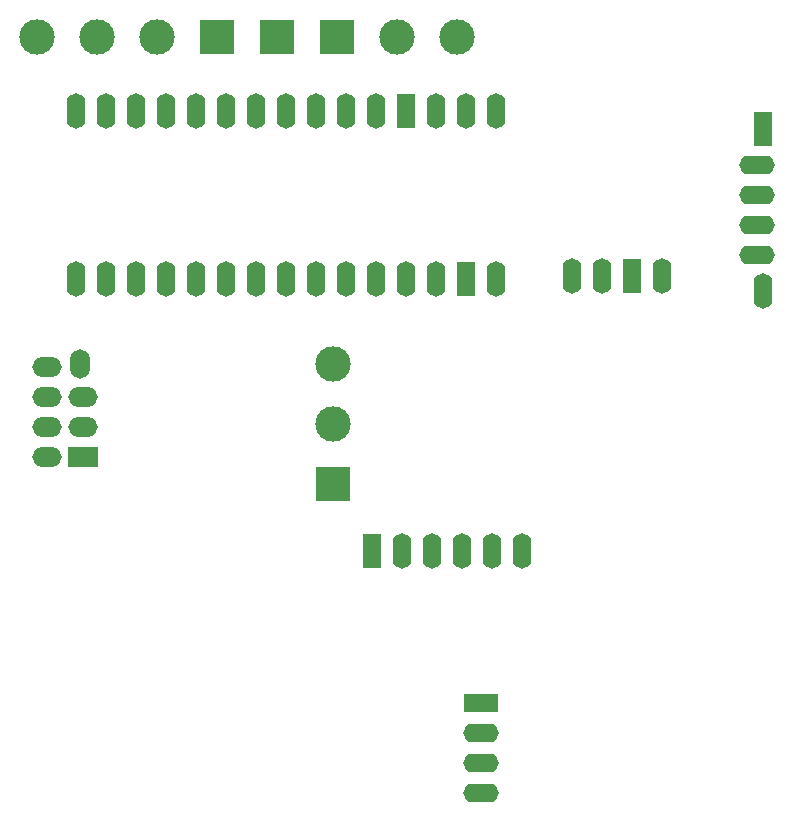
<source format=gts>
G04 #@! TF.GenerationSoftware,KiCad,Pcbnew,9.0.4*
G04 #@! TF.CreationDate,2025-10-29T14:56:39-04:00*
G04 #@! TF.ProjectId,ArduinoBoard,41726475-696e-46f4-926f-6172642e6b69,1*
G04 #@! TF.SameCoordinates,Original*
G04 #@! TF.FileFunction,Soldermask,Top*
G04 #@! TF.FilePolarity,Negative*
%FSLAX46Y46*%
G04 Gerber Fmt 4.6, Leading zero omitted, Abs format (unit mm)*
G04 Created by KiCad (PCBNEW 9.0.4) date 2025-10-29 14:56:39*
%MOMM*%
%LPD*%
G01*
G04 APERTURE LIST*
%ADD10O,1.600000X3.000000*%
%ADD11R,1.600000X3.000000*%
%ADD12C,3.000000*%
%ADD13R,3.000000X3.000000*%
%ADD14R,2.500000X1.700000*%
%ADD15O,2.500000X1.700000*%
%ADD16O,1.700000X2.500000*%
%ADD17R,3.000000X1.600000*%
%ADD18O,3.000000X1.600000*%
G04 APERTURE END LIST*
D10*
X87490000Y-94820000D03*
X84950000Y-94820000D03*
X82410000Y-94820000D03*
X79870000Y-94820000D03*
X77330000Y-94820000D03*
D11*
X74790000Y-94820000D03*
D12*
X56570000Y-51297000D03*
D13*
X61650000Y-51297000D03*
D10*
X91710000Y-71552500D03*
X94250000Y-71552500D03*
D11*
X96790000Y-71552500D03*
D10*
X99330000Y-71552500D03*
D14*
X50349792Y-86870000D03*
D15*
X47309792Y-86870000D03*
X50349792Y-84330000D03*
X47309792Y-84330000D03*
X50349792Y-81790000D03*
X47309792Y-81790000D03*
D16*
X50099792Y-79000000D03*
D15*
X47309792Y-79250000D03*
D12*
X76890000Y-51307000D03*
X81970000Y-51307000D03*
D17*
X83990000Y-107710000D03*
D18*
X83990000Y-110250000D03*
X83990000Y-112790000D03*
X83990000Y-115330000D03*
D12*
X46390000Y-51300000D03*
X51470000Y-51300000D03*
D11*
X107910000Y-59120000D03*
D18*
X107410000Y-62160000D03*
X107410000Y-64700000D03*
X107410000Y-67240000D03*
X107410000Y-69780000D03*
D10*
X107910000Y-72820000D03*
D13*
X66730000Y-51307000D03*
X71810000Y-51307000D03*
D12*
X71489688Y-78976000D03*
X71489688Y-84056000D03*
D13*
X71489688Y-89136000D03*
D10*
X85320000Y-57600000D03*
X82780000Y-57600000D03*
X80240000Y-57600000D03*
D11*
X77700000Y-57600000D03*
D10*
X75160000Y-57600000D03*
X72620000Y-57600000D03*
X70080000Y-57600000D03*
X67540000Y-57600000D03*
X65000000Y-57600000D03*
X62460000Y-57600000D03*
X59920000Y-57600000D03*
X57380000Y-57600000D03*
X54840000Y-57600000D03*
X52300000Y-57600000D03*
X49760000Y-57600000D03*
X49760000Y-71840000D03*
X52300000Y-71840000D03*
X54840000Y-71840000D03*
X57380000Y-71840000D03*
X59920000Y-71840000D03*
X62460000Y-71840000D03*
X65000000Y-71840000D03*
X67540000Y-71840000D03*
X70080000Y-71840000D03*
X72620000Y-71840000D03*
X75160000Y-71840000D03*
X77700000Y-71840000D03*
X80240000Y-71840000D03*
D11*
X82780000Y-71840000D03*
D10*
X85320000Y-71840000D03*
M02*

</source>
